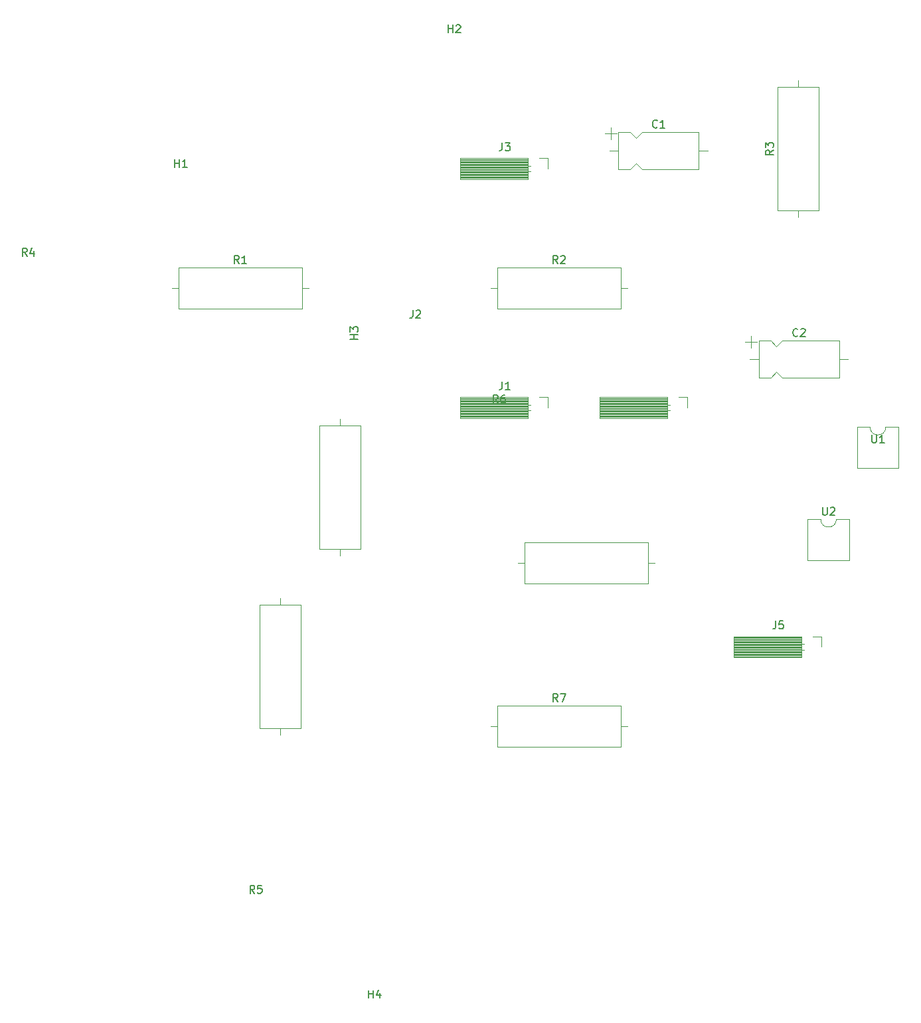
<source format=gbr>
%TF.GenerationSoftware,KiCad,Pcbnew,7.0.1*%
%TF.CreationDate,2023-11-23T18:30:04+05:30*%
%TF.ProjectId,assign2,61737369-676e-4322-9e6b-696361645f70,rev?*%
%TF.SameCoordinates,Original*%
%TF.FileFunction,Legend,Top*%
%TF.FilePolarity,Positive*%
%FSLAX46Y46*%
G04 Gerber Fmt 4.6, Leading zero omitted, Abs format (unit mm)*
G04 Created by KiCad (PCBNEW 7.0.1) date 2023-11-23 18:30:04*
%MOMM*%
%LPD*%
G01*
G04 APERTURE LIST*
%ADD10C,0.150000*%
%ADD11C,0.120000*%
G04 APERTURE END LIST*
D10*
%TO.C,U2*%
X140278095Y-81277619D02*
X140278095Y-82087142D01*
X140278095Y-82087142D02*
X140325714Y-82182380D01*
X140325714Y-82182380D02*
X140373333Y-82230000D01*
X140373333Y-82230000D02*
X140468571Y-82277619D01*
X140468571Y-82277619D02*
X140659047Y-82277619D01*
X140659047Y-82277619D02*
X140754285Y-82230000D01*
X140754285Y-82230000D02*
X140801904Y-82182380D01*
X140801904Y-82182380D02*
X140849523Y-82087142D01*
X140849523Y-82087142D02*
X140849523Y-81277619D01*
X141278095Y-81372857D02*
X141325714Y-81325238D01*
X141325714Y-81325238D02*
X141420952Y-81277619D01*
X141420952Y-81277619D02*
X141659047Y-81277619D01*
X141659047Y-81277619D02*
X141754285Y-81325238D01*
X141754285Y-81325238D02*
X141801904Y-81372857D01*
X141801904Y-81372857D02*
X141849523Y-81468095D01*
X141849523Y-81468095D02*
X141849523Y-81563333D01*
X141849523Y-81563333D02*
X141801904Y-81706190D01*
X141801904Y-81706190D02*
X141230476Y-82277619D01*
X141230476Y-82277619D02*
X141849523Y-82277619D01*
%TO.C,U1*%
X146568095Y-72057619D02*
X146568095Y-72867142D01*
X146568095Y-72867142D02*
X146615714Y-72962380D01*
X146615714Y-72962380D02*
X146663333Y-73010000D01*
X146663333Y-73010000D02*
X146758571Y-73057619D01*
X146758571Y-73057619D02*
X146949047Y-73057619D01*
X146949047Y-73057619D02*
X147044285Y-73010000D01*
X147044285Y-73010000D02*
X147091904Y-72962380D01*
X147091904Y-72962380D02*
X147139523Y-72867142D01*
X147139523Y-72867142D02*
X147139523Y-72057619D01*
X148139523Y-73057619D02*
X147568095Y-73057619D01*
X147853809Y-73057619D02*
X147853809Y-72057619D01*
X147853809Y-72057619D02*
X147758571Y-72200476D01*
X147758571Y-72200476D02*
X147663333Y-72295714D01*
X147663333Y-72295714D02*
X147568095Y-72343333D01*
%TO.C,R7*%
X106513333Y-106062619D02*
X106180000Y-105586428D01*
X105941905Y-106062619D02*
X105941905Y-105062619D01*
X105941905Y-105062619D02*
X106322857Y-105062619D01*
X106322857Y-105062619D02*
X106418095Y-105110238D01*
X106418095Y-105110238D02*
X106465714Y-105157857D01*
X106465714Y-105157857D02*
X106513333Y-105253095D01*
X106513333Y-105253095D02*
X106513333Y-105395952D01*
X106513333Y-105395952D02*
X106465714Y-105491190D01*
X106465714Y-105491190D02*
X106418095Y-105538809D01*
X106418095Y-105538809D02*
X106322857Y-105586428D01*
X106322857Y-105586428D02*
X105941905Y-105586428D01*
X106846667Y-105062619D02*
X107513333Y-105062619D01*
X107513333Y-105062619D02*
X107084762Y-106062619D01*
%TO.C,R6*%
X98893333Y-67962619D02*
X98560000Y-67486428D01*
X98321905Y-67962619D02*
X98321905Y-66962619D01*
X98321905Y-66962619D02*
X98702857Y-66962619D01*
X98702857Y-66962619D02*
X98798095Y-67010238D01*
X98798095Y-67010238D02*
X98845714Y-67057857D01*
X98845714Y-67057857D02*
X98893333Y-67153095D01*
X98893333Y-67153095D02*
X98893333Y-67295952D01*
X98893333Y-67295952D02*
X98845714Y-67391190D01*
X98845714Y-67391190D02*
X98798095Y-67438809D01*
X98798095Y-67438809D02*
X98702857Y-67486428D01*
X98702857Y-67486428D02*
X98321905Y-67486428D01*
X99750476Y-66962619D02*
X99560000Y-66962619D01*
X99560000Y-66962619D02*
X99464762Y-67010238D01*
X99464762Y-67010238D02*
X99417143Y-67057857D01*
X99417143Y-67057857D02*
X99321905Y-67200714D01*
X99321905Y-67200714D02*
X99274286Y-67391190D01*
X99274286Y-67391190D02*
X99274286Y-67772142D01*
X99274286Y-67772142D02*
X99321905Y-67867380D01*
X99321905Y-67867380D02*
X99369524Y-67915000D01*
X99369524Y-67915000D02*
X99464762Y-67962619D01*
X99464762Y-67962619D02*
X99655238Y-67962619D01*
X99655238Y-67962619D02*
X99750476Y-67915000D01*
X99750476Y-67915000D02*
X99798095Y-67867380D01*
X99798095Y-67867380D02*
X99845714Y-67772142D01*
X99845714Y-67772142D02*
X99845714Y-67534047D01*
X99845714Y-67534047D02*
X99798095Y-67438809D01*
X99798095Y-67438809D02*
X99750476Y-67391190D01*
X99750476Y-67391190D02*
X99655238Y-67343571D01*
X99655238Y-67343571D02*
X99464762Y-67343571D01*
X99464762Y-67343571D02*
X99369524Y-67391190D01*
X99369524Y-67391190D02*
X99321905Y-67438809D01*
X99321905Y-67438809D02*
X99274286Y-67534047D01*
%TO.C,R5*%
X67848333Y-130512619D02*
X67515000Y-130036428D01*
X67276905Y-130512619D02*
X67276905Y-129512619D01*
X67276905Y-129512619D02*
X67657857Y-129512619D01*
X67657857Y-129512619D02*
X67753095Y-129560238D01*
X67753095Y-129560238D02*
X67800714Y-129607857D01*
X67800714Y-129607857D02*
X67848333Y-129703095D01*
X67848333Y-129703095D02*
X67848333Y-129845952D01*
X67848333Y-129845952D02*
X67800714Y-129941190D01*
X67800714Y-129941190D02*
X67753095Y-129988809D01*
X67753095Y-129988809D02*
X67657857Y-130036428D01*
X67657857Y-130036428D02*
X67276905Y-130036428D01*
X68753095Y-129512619D02*
X68276905Y-129512619D01*
X68276905Y-129512619D02*
X68229286Y-129988809D01*
X68229286Y-129988809D02*
X68276905Y-129941190D01*
X68276905Y-129941190D02*
X68372143Y-129893571D01*
X68372143Y-129893571D02*
X68610238Y-129893571D01*
X68610238Y-129893571D02*
X68705476Y-129941190D01*
X68705476Y-129941190D02*
X68753095Y-129988809D01*
X68753095Y-129988809D02*
X68800714Y-130084047D01*
X68800714Y-130084047D02*
X68800714Y-130322142D01*
X68800714Y-130322142D02*
X68753095Y-130417380D01*
X68753095Y-130417380D02*
X68705476Y-130465000D01*
X68705476Y-130465000D02*
X68610238Y-130512619D01*
X68610238Y-130512619D02*
X68372143Y-130512619D01*
X68372143Y-130512619D02*
X68276905Y-130465000D01*
X68276905Y-130465000D02*
X68229286Y-130417380D01*
%TO.C,R4*%
X38838333Y-49232619D02*
X38505000Y-48756428D01*
X38266905Y-49232619D02*
X38266905Y-48232619D01*
X38266905Y-48232619D02*
X38647857Y-48232619D01*
X38647857Y-48232619D02*
X38743095Y-48280238D01*
X38743095Y-48280238D02*
X38790714Y-48327857D01*
X38790714Y-48327857D02*
X38838333Y-48423095D01*
X38838333Y-48423095D02*
X38838333Y-48565952D01*
X38838333Y-48565952D02*
X38790714Y-48661190D01*
X38790714Y-48661190D02*
X38743095Y-48708809D01*
X38743095Y-48708809D02*
X38647857Y-48756428D01*
X38647857Y-48756428D02*
X38266905Y-48756428D01*
X39695476Y-48565952D02*
X39695476Y-49232619D01*
X39457381Y-48185000D02*
X39219286Y-48899285D01*
X39219286Y-48899285D02*
X39838333Y-48899285D01*
%TO.C,R3*%
X134002619Y-35726666D02*
X133526428Y-36059999D01*
X134002619Y-36298094D02*
X133002619Y-36298094D01*
X133002619Y-36298094D02*
X133002619Y-35917142D01*
X133002619Y-35917142D02*
X133050238Y-35821904D01*
X133050238Y-35821904D02*
X133097857Y-35774285D01*
X133097857Y-35774285D02*
X133193095Y-35726666D01*
X133193095Y-35726666D02*
X133335952Y-35726666D01*
X133335952Y-35726666D02*
X133431190Y-35774285D01*
X133431190Y-35774285D02*
X133478809Y-35821904D01*
X133478809Y-35821904D02*
X133526428Y-35917142D01*
X133526428Y-35917142D02*
X133526428Y-36298094D01*
X133002619Y-35393332D02*
X133002619Y-34774285D01*
X133002619Y-34774285D02*
X133383571Y-35107618D01*
X133383571Y-35107618D02*
X133383571Y-34964761D01*
X133383571Y-34964761D02*
X133431190Y-34869523D01*
X133431190Y-34869523D02*
X133478809Y-34821904D01*
X133478809Y-34821904D02*
X133574047Y-34774285D01*
X133574047Y-34774285D02*
X133812142Y-34774285D01*
X133812142Y-34774285D02*
X133907380Y-34821904D01*
X133907380Y-34821904D02*
X133955000Y-34869523D01*
X133955000Y-34869523D02*
X134002619Y-34964761D01*
X134002619Y-34964761D02*
X134002619Y-35250475D01*
X134002619Y-35250475D02*
X133955000Y-35345713D01*
X133955000Y-35345713D02*
X133907380Y-35393332D01*
%TO.C,R2*%
X106513333Y-50182619D02*
X106180000Y-49706428D01*
X105941905Y-50182619D02*
X105941905Y-49182619D01*
X105941905Y-49182619D02*
X106322857Y-49182619D01*
X106322857Y-49182619D02*
X106418095Y-49230238D01*
X106418095Y-49230238D02*
X106465714Y-49277857D01*
X106465714Y-49277857D02*
X106513333Y-49373095D01*
X106513333Y-49373095D02*
X106513333Y-49515952D01*
X106513333Y-49515952D02*
X106465714Y-49611190D01*
X106465714Y-49611190D02*
X106418095Y-49658809D01*
X106418095Y-49658809D02*
X106322857Y-49706428D01*
X106322857Y-49706428D02*
X105941905Y-49706428D01*
X106894286Y-49277857D02*
X106941905Y-49230238D01*
X106941905Y-49230238D02*
X107037143Y-49182619D01*
X107037143Y-49182619D02*
X107275238Y-49182619D01*
X107275238Y-49182619D02*
X107370476Y-49230238D01*
X107370476Y-49230238D02*
X107418095Y-49277857D01*
X107418095Y-49277857D02*
X107465714Y-49373095D01*
X107465714Y-49373095D02*
X107465714Y-49468333D01*
X107465714Y-49468333D02*
X107418095Y-49611190D01*
X107418095Y-49611190D02*
X106846667Y-50182619D01*
X106846667Y-50182619D02*
X107465714Y-50182619D01*
%TO.C,R1*%
X65873333Y-50182619D02*
X65540000Y-49706428D01*
X65301905Y-50182619D02*
X65301905Y-49182619D01*
X65301905Y-49182619D02*
X65682857Y-49182619D01*
X65682857Y-49182619D02*
X65778095Y-49230238D01*
X65778095Y-49230238D02*
X65825714Y-49277857D01*
X65825714Y-49277857D02*
X65873333Y-49373095D01*
X65873333Y-49373095D02*
X65873333Y-49515952D01*
X65873333Y-49515952D02*
X65825714Y-49611190D01*
X65825714Y-49611190D02*
X65778095Y-49658809D01*
X65778095Y-49658809D02*
X65682857Y-49706428D01*
X65682857Y-49706428D02*
X65301905Y-49706428D01*
X66825714Y-50182619D02*
X66254286Y-50182619D01*
X66540000Y-50182619D02*
X66540000Y-49182619D01*
X66540000Y-49182619D02*
X66444762Y-49325476D01*
X66444762Y-49325476D02*
X66349524Y-49420714D01*
X66349524Y-49420714D02*
X66254286Y-49468333D01*
%TO.C,J5*%
X134306666Y-95777619D02*
X134306666Y-96491904D01*
X134306666Y-96491904D02*
X134259047Y-96634761D01*
X134259047Y-96634761D02*
X134163809Y-96730000D01*
X134163809Y-96730000D02*
X134020952Y-96777619D01*
X134020952Y-96777619D02*
X133925714Y-96777619D01*
X135259047Y-95777619D02*
X134782857Y-95777619D01*
X134782857Y-95777619D02*
X134735238Y-96253809D01*
X134735238Y-96253809D02*
X134782857Y-96206190D01*
X134782857Y-96206190D02*
X134878095Y-96158571D01*
X134878095Y-96158571D02*
X135116190Y-96158571D01*
X135116190Y-96158571D02*
X135211428Y-96206190D01*
X135211428Y-96206190D02*
X135259047Y-96253809D01*
X135259047Y-96253809D02*
X135306666Y-96349047D01*
X135306666Y-96349047D02*
X135306666Y-96587142D01*
X135306666Y-96587142D02*
X135259047Y-96682380D01*
X135259047Y-96682380D02*
X135211428Y-96730000D01*
X135211428Y-96730000D02*
X135116190Y-96777619D01*
X135116190Y-96777619D02*
X134878095Y-96777619D01*
X134878095Y-96777619D02*
X134782857Y-96730000D01*
X134782857Y-96730000D02*
X134735238Y-96682380D01*
%TO.C,J3*%
X99426666Y-34792619D02*
X99426666Y-35506904D01*
X99426666Y-35506904D02*
X99379047Y-35649761D01*
X99379047Y-35649761D02*
X99283809Y-35745000D01*
X99283809Y-35745000D02*
X99140952Y-35792619D01*
X99140952Y-35792619D02*
X99045714Y-35792619D01*
X99807619Y-34792619D02*
X100426666Y-34792619D01*
X100426666Y-34792619D02*
X100093333Y-35173571D01*
X100093333Y-35173571D02*
X100236190Y-35173571D01*
X100236190Y-35173571D02*
X100331428Y-35221190D01*
X100331428Y-35221190D02*
X100379047Y-35268809D01*
X100379047Y-35268809D02*
X100426666Y-35364047D01*
X100426666Y-35364047D02*
X100426666Y-35602142D01*
X100426666Y-35602142D02*
X100379047Y-35697380D01*
X100379047Y-35697380D02*
X100331428Y-35745000D01*
X100331428Y-35745000D02*
X100236190Y-35792619D01*
X100236190Y-35792619D02*
X99950476Y-35792619D01*
X99950476Y-35792619D02*
X99855238Y-35745000D01*
X99855238Y-35745000D02*
X99807619Y-35697380D01*
%TO.C,J2*%
X88016666Y-56157619D02*
X88016666Y-56871904D01*
X88016666Y-56871904D02*
X87969047Y-57014761D01*
X87969047Y-57014761D02*
X87873809Y-57110000D01*
X87873809Y-57110000D02*
X87730952Y-57157619D01*
X87730952Y-57157619D02*
X87635714Y-57157619D01*
X88445238Y-56252857D02*
X88492857Y-56205238D01*
X88492857Y-56205238D02*
X88588095Y-56157619D01*
X88588095Y-56157619D02*
X88826190Y-56157619D01*
X88826190Y-56157619D02*
X88921428Y-56205238D01*
X88921428Y-56205238D02*
X88969047Y-56252857D01*
X88969047Y-56252857D02*
X89016666Y-56348095D01*
X89016666Y-56348095D02*
X89016666Y-56443333D01*
X89016666Y-56443333D02*
X88969047Y-56586190D01*
X88969047Y-56586190D02*
X88397619Y-57157619D01*
X88397619Y-57157619D02*
X89016666Y-57157619D01*
%TO.C,J1*%
X99426666Y-65272619D02*
X99426666Y-65986904D01*
X99426666Y-65986904D02*
X99379047Y-66129761D01*
X99379047Y-66129761D02*
X99283809Y-66225000D01*
X99283809Y-66225000D02*
X99140952Y-66272619D01*
X99140952Y-66272619D02*
X99045714Y-66272619D01*
X100426666Y-66272619D02*
X99855238Y-66272619D01*
X100140952Y-66272619D02*
X100140952Y-65272619D01*
X100140952Y-65272619D02*
X100045714Y-65415476D01*
X100045714Y-65415476D02*
X99950476Y-65510714D01*
X99950476Y-65510714D02*
X99855238Y-65558333D01*
%TO.C,H4*%
X82388095Y-143877619D02*
X82388095Y-142877619D01*
X82388095Y-143353809D02*
X82959523Y-143353809D01*
X82959523Y-143877619D02*
X82959523Y-142877619D01*
X83864285Y-143210952D02*
X83864285Y-143877619D01*
X83626190Y-142830000D02*
X83388095Y-143544285D01*
X83388095Y-143544285D02*
X84007142Y-143544285D01*
%TO.C,H3*%
X81047619Y-59851904D02*
X80047619Y-59851904D01*
X80523809Y-59851904D02*
X80523809Y-59280476D01*
X81047619Y-59280476D02*
X80047619Y-59280476D01*
X80047619Y-58899523D02*
X80047619Y-58280476D01*
X80047619Y-58280476D02*
X80428571Y-58613809D01*
X80428571Y-58613809D02*
X80428571Y-58470952D01*
X80428571Y-58470952D02*
X80476190Y-58375714D01*
X80476190Y-58375714D02*
X80523809Y-58328095D01*
X80523809Y-58328095D02*
X80619047Y-58280476D01*
X80619047Y-58280476D02*
X80857142Y-58280476D01*
X80857142Y-58280476D02*
X80952380Y-58328095D01*
X80952380Y-58328095D02*
X81000000Y-58375714D01*
X81000000Y-58375714D02*
X81047619Y-58470952D01*
X81047619Y-58470952D02*
X81047619Y-58756666D01*
X81047619Y-58756666D02*
X81000000Y-58851904D01*
X81000000Y-58851904D02*
X80952380Y-58899523D01*
%TO.C,H2*%
X92548095Y-20757619D02*
X92548095Y-19757619D01*
X92548095Y-20233809D02*
X93119523Y-20233809D01*
X93119523Y-20757619D02*
X93119523Y-19757619D01*
X93548095Y-19852857D02*
X93595714Y-19805238D01*
X93595714Y-19805238D02*
X93690952Y-19757619D01*
X93690952Y-19757619D02*
X93929047Y-19757619D01*
X93929047Y-19757619D02*
X94024285Y-19805238D01*
X94024285Y-19805238D02*
X94071904Y-19852857D01*
X94071904Y-19852857D02*
X94119523Y-19948095D01*
X94119523Y-19948095D02*
X94119523Y-20043333D01*
X94119523Y-20043333D02*
X94071904Y-20186190D01*
X94071904Y-20186190D02*
X93500476Y-20757619D01*
X93500476Y-20757619D02*
X94119523Y-20757619D01*
%TO.C,H1*%
X57658095Y-37902619D02*
X57658095Y-36902619D01*
X57658095Y-37378809D02*
X58229523Y-37378809D01*
X58229523Y-37902619D02*
X58229523Y-36902619D01*
X59229523Y-37902619D02*
X58658095Y-37902619D01*
X58943809Y-37902619D02*
X58943809Y-36902619D01*
X58943809Y-36902619D02*
X58848571Y-37045476D01*
X58848571Y-37045476D02*
X58753333Y-37140714D01*
X58753333Y-37140714D02*
X58658095Y-37188333D01*
%TO.C,C2*%
X137113333Y-59412380D02*
X137065714Y-59460000D01*
X137065714Y-59460000D02*
X136922857Y-59507619D01*
X136922857Y-59507619D02*
X136827619Y-59507619D01*
X136827619Y-59507619D02*
X136684762Y-59460000D01*
X136684762Y-59460000D02*
X136589524Y-59364761D01*
X136589524Y-59364761D02*
X136541905Y-59269523D01*
X136541905Y-59269523D02*
X136494286Y-59079047D01*
X136494286Y-59079047D02*
X136494286Y-58936190D01*
X136494286Y-58936190D02*
X136541905Y-58745714D01*
X136541905Y-58745714D02*
X136589524Y-58650476D01*
X136589524Y-58650476D02*
X136684762Y-58555238D01*
X136684762Y-58555238D02*
X136827619Y-58507619D01*
X136827619Y-58507619D02*
X136922857Y-58507619D01*
X136922857Y-58507619D02*
X137065714Y-58555238D01*
X137065714Y-58555238D02*
X137113333Y-58602857D01*
X137494286Y-58602857D02*
X137541905Y-58555238D01*
X137541905Y-58555238D02*
X137637143Y-58507619D01*
X137637143Y-58507619D02*
X137875238Y-58507619D01*
X137875238Y-58507619D02*
X137970476Y-58555238D01*
X137970476Y-58555238D02*
X138018095Y-58602857D01*
X138018095Y-58602857D02*
X138065714Y-58698095D01*
X138065714Y-58698095D02*
X138065714Y-58793333D01*
X138065714Y-58793333D02*
X138018095Y-58936190D01*
X138018095Y-58936190D02*
X137446667Y-59507619D01*
X137446667Y-59507619D02*
X138065714Y-59507619D01*
%TO.C,C1*%
X119213333Y-32799880D02*
X119165714Y-32847500D01*
X119165714Y-32847500D02*
X119022857Y-32895119D01*
X119022857Y-32895119D02*
X118927619Y-32895119D01*
X118927619Y-32895119D02*
X118784762Y-32847500D01*
X118784762Y-32847500D02*
X118689524Y-32752261D01*
X118689524Y-32752261D02*
X118641905Y-32657023D01*
X118641905Y-32657023D02*
X118594286Y-32466547D01*
X118594286Y-32466547D02*
X118594286Y-32323690D01*
X118594286Y-32323690D02*
X118641905Y-32133214D01*
X118641905Y-32133214D02*
X118689524Y-32037976D01*
X118689524Y-32037976D02*
X118784762Y-31942738D01*
X118784762Y-31942738D02*
X118927619Y-31895119D01*
X118927619Y-31895119D02*
X119022857Y-31895119D01*
X119022857Y-31895119D02*
X119165714Y-31942738D01*
X119165714Y-31942738D02*
X119213333Y-31990357D01*
X120165714Y-32895119D02*
X119594286Y-32895119D01*
X119880000Y-32895119D02*
X119880000Y-31895119D01*
X119880000Y-31895119D02*
X119784762Y-32037976D01*
X119784762Y-32037976D02*
X119689524Y-32133214D01*
X119689524Y-32133214D02*
X119594286Y-32180833D01*
D11*
%TO.C,U2*%
X143690000Y-88015000D02*
X143690000Y-82815000D01*
X138390000Y-88015000D02*
X143690000Y-88015000D01*
X138390000Y-82815000D02*
X138390000Y-88015000D01*
X143690000Y-82815000D02*
X142040000Y-82815000D01*
X140040000Y-82815000D02*
X138390000Y-82815000D01*
X140040000Y-82815000D02*
G75*
G03*
X142040000Y-82815000I1000000J0D01*
G01*
%TO.C,U1*%
X149980000Y-76255000D02*
X149980000Y-71055000D01*
X144680000Y-76255000D02*
X149980000Y-76255000D01*
X144680000Y-71055000D02*
X144680000Y-76255000D01*
X149980000Y-71055000D02*
X148330000Y-71055000D01*
X146330000Y-71055000D02*
X144680000Y-71055000D01*
X146330000Y-71055000D02*
G75*
G03*
X148330000Y-71055000I1000000J0D01*
G01*
%TO.C,R7*%
X97960000Y-109220000D02*
X98810000Y-109220000D01*
X98810000Y-106600000D02*
X98810000Y-111840000D01*
X114550000Y-106600000D02*
X98810000Y-106600000D01*
X114550000Y-111840000D02*
X114550000Y-106600000D01*
X98810000Y-111840000D02*
X114550000Y-111840000D01*
X115400000Y-109220000D02*
X114550000Y-109220000D01*
%TO.C,R6*%
X101400000Y-88395000D02*
X102250000Y-88395000D01*
X102250000Y-85775000D02*
X102250000Y-91015000D01*
X117990000Y-85775000D02*
X102250000Y-85775000D01*
X117990000Y-91015000D02*
X117990000Y-85775000D01*
X102250000Y-91015000D02*
X117990000Y-91015000D01*
X118840000Y-88395000D02*
X117990000Y-88395000D01*
%TO.C,R5*%
X71120000Y-110320000D02*
X71120000Y-109470000D01*
X68500000Y-109470000D02*
X73740000Y-109470000D01*
X68500000Y-93730000D02*
X68500000Y-109470000D01*
X73740000Y-93730000D02*
X68500000Y-93730000D01*
X73740000Y-109470000D02*
X73740000Y-93730000D01*
X71120000Y-92880000D02*
X71120000Y-93730000D01*
%TO.C,R4*%
X78740000Y-87460000D02*
X78740000Y-86610000D01*
X76120000Y-86610000D02*
X81360000Y-86610000D01*
X76120000Y-70870000D02*
X76120000Y-86610000D01*
X81360000Y-70870000D02*
X76120000Y-70870000D01*
X81360000Y-86610000D02*
X81360000Y-70870000D01*
X78740000Y-70020000D02*
X78740000Y-70870000D01*
%TO.C,R3*%
X137160000Y-44280000D02*
X137160000Y-43430000D01*
X134540000Y-43430000D02*
X139780000Y-43430000D01*
X134540000Y-27690000D02*
X134540000Y-43430000D01*
X139780000Y-27690000D02*
X134540000Y-27690000D01*
X139780000Y-43430000D02*
X139780000Y-27690000D01*
X137160000Y-26840000D02*
X137160000Y-27690000D01*
%TO.C,R2*%
X97960000Y-53340000D02*
X98810000Y-53340000D01*
X98810000Y-50720000D02*
X98810000Y-55960000D01*
X114550000Y-50720000D02*
X98810000Y-50720000D01*
X114550000Y-55960000D02*
X114550000Y-50720000D01*
X98810000Y-55960000D02*
X114550000Y-55960000D01*
X115400000Y-53340000D02*
X114550000Y-53340000D01*
%TO.C,R1*%
X57320000Y-53340000D02*
X58170000Y-53340000D01*
X58170000Y-50720000D02*
X58170000Y-55960000D01*
X73910000Y-50720000D02*
X58170000Y-50720000D01*
X73910000Y-55960000D02*
X73910000Y-50720000D01*
X58170000Y-55960000D02*
X73910000Y-55960000D01*
X74760000Y-53340000D02*
X73910000Y-53340000D01*
%TO.C,J5*%
X128930000Y-98567730D02*
X137560000Y-98567730D01*
X128930000Y-99491370D02*
X137560000Y-99491370D01*
X137560000Y-98725000D02*
X137910000Y-98725000D01*
X128930000Y-99606825D02*
X137560000Y-99606825D01*
X128930000Y-98221365D02*
X137560000Y-98221365D01*
X128930000Y-97875000D02*
X137560000Y-97875000D01*
X128930000Y-99145005D02*
X137560000Y-99145005D01*
X128930000Y-100184100D02*
X137560000Y-100184100D01*
X128930000Y-98105910D02*
X137560000Y-98105910D01*
X128930000Y-99029550D02*
X137560000Y-99029550D01*
X137560000Y-99445000D02*
X137910000Y-99445000D01*
X128930000Y-99375915D02*
X137560000Y-99375915D01*
X139020000Y-97755000D02*
X140130000Y-97755000D01*
X128930000Y-100068645D02*
X137560000Y-100068645D01*
X137560000Y-97755000D02*
X137560000Y-100415000D01*
X128930000Y-99260460D02*
X137560000Y-99260460D01*
X128930000Y-99837735D02*
X137560000Y-99837735D01*
X128930000Y-100415000D02*
X137560000Y-100415000D01*
X128930000Y-100299555D02*
X137560000Y-100299555D01*
X128930000Y-98683185D02*
X137560000Y-98683185D01*
X128930000Y-99953190D02*
X137560000Y-99953190D01*
X128930000Y-98798640D02*
X137560000Y-98798640D01*
X128930000Y-97755000D02*
X128930000Y-100415000D01*
X128930000Y-97755000D02*
X137560000Y-97755000D01*
X128930000Y-98452275D02*
X137560000Y-98452275D01*
X128930000Y-99722280D02*
X137560000Y-99722280D01*
X128930000Y-98336820D02*
X137560000Y-98336820D01*
X128930000Y-98914095D02*
X137560000Y-98914095D01*
X128930000Y-97990455D02*
X137560000Y-97990455D01*
X140130000Y-97755000D02*
X140130000Y-99085000D01*
%TO.C,J3*%
X94050000Y-37582730D02*
X102680000Y-37582730D01*
X94050000Y-38506370D02*
X102680000Y-38506370D01*
X102680000Y-37740000D02*
X103030000Y-37740000D01*
X94050000Y-38621825D02*
X102680000Y-38621825D01*
X94050000Y-37236365D02*
X102680000Y-37236365D01*
X94050000Y-36890000D02*
X102680000Y-36890000D01*
X94050000Y-38160005D02*
X102680000Y-38160005D01*
X94050000Y-39199100D02*
X102680000Y-39199100D01*
X94050000Y-37120910D02*
X102680000Y-37120910D01*
X94050000Y-38044550D02*
X102680000Y-38044550D01*
X102680000Y-38460000D02*
X103030000Y-38460000D01*
X94050000Y-38390915D02*
X102680000Y-38390915D01*
X104140000Y-36770000D02*
X105250000Y-36770000D01*
X94050000Y-39083645D02*
X102680000Y-39083645D01*
X102680000Y-36770000D02*
X102680000Y-39430000D01*
X94050000Y-38275460D02*
X102680000Y-38275460D01*
X94050000Y-38852735D02*
X102680000Y-38852735D01*
X94050000Y-39430000D02*
X102680000Y-39430000D01*
X94050000Y-39314555D02*
X102680000Y-39314555D01*
X94050000Y-37698185D02*
X102680000Y-37698185D01*
X94050000Y-38968190D02*
X102680000Y-38968190D01*
X94050000Y-37813640D02*
X102680000Y-37813640D01*
X94050000Y-36770000D02*
X94050000Y-39430000D01*
X94050000Y-36770000D02*
X102680000Y-36770000D01*
X94050000Y-37467275D02*
X102680000Y-37467275D01*
X94050000Y-38737280D02*
X102680000Y-38737280D01*
X94050000Y-37351820D02*
X102680000Y-37351820D01*
X94050000Y-37929095D02*
X102680000Y-37929095D01*
X94050000Y-37005455D02*
X102680000Y-37005455D01*
X105250000Y-36770000D02*
X105250000Y-38100000D01*
%TO.C,J2*%
X111830000Y-68062730D02*
X120460000Y-68062730D01*
X111830000Y-68986370D02*
X120460000Y-68986370D01*
X120460000Y-68220000D02*
X120810000Y-68220000D01*
X111830000Y-69101825D02*
X120460000Y-69101825D01*
X111830000Y-67716365D02*
X120460000Y-67716365D01*
X111830000Y-67370000D02*
X120460000Y-67370000D01*
X111830000Y-68640005D02*
X120460000Y-68640005D01*
X111830000Y-69679100D02*
X120460000Y-69679100D01*
X111830000Y-67600910D02*
X120460000Y-67600910D01*
X111830000Y-68524550D02*
X120460000Y-68524550D01*
X120460000Y-68940000D02*
X120810000Y-68940000D01*
X111830000Y-68870915D02*
X120460000Y-68870915D01*
X121920000Y-67250000D02*
X123030000Y-67250000D01*
X111830000Y-69563645D02*
X120460000Y-69563645D01*
X120460000Y-67250000D02*
X120460000Y-69910000D01*
X111830000Y-68755460D02*
X120460000Y-68755460D01*
X111830000Y-69332735D02*
X120460000Y-69332735D01*
X111830000Y-69910000D02*
X120460000Y-69910000D01*
X111830000Y-69794555D02*
X120460000Y-69794555D01*
X111830000Y-68178185D02*
X120460000Y-68178185D01*
X111830000Y-69448190D02*
X120460000Y-69448190D01*
X111830000Y-68293640D02*
X120460000Y-68293640D01*
X111830000Y-67250000D02*
X111830000Y-69910000D01*
X111830000Y-67250000D02*
X120460000Y-67250000D01*
X111830000Y-67947275D02*
X120460000Y-67947275D01*
X111830000Y-69217280D02*
X120460000Y-69217280D01*
X111830000Y-67831820D02*
X120460000Y-67831820D01*
X111830000Y-68409095D02*
X120460000Y-68409095D01*
X111830000Y-67485455D02*
X120460000Y-67485455D01*
X123030000Y-67250000D02*
X123030000Y-68580000D01*
%TO.C,J1*%
X94050000Y-68062730D02*
X102680000Y-68062730D01*
X94050000Y-68986370D02*
X102680000Y-68986370D01*
X102680000Y-68220000D02*
X103030000Y-68220000D01*
X94050000Y-69101825D02*
X102680000Y-69101825D01*
X94050000Y-67716365D02*
X102680000Y-67716365D01*
X94050000Y-67370000D02*
X102680000Y-67370000D01*
X94050000Y-68640005D02*
X102680000Y-68640005D01*
X94050000Y-69679100D02*
X102680000Y-69679100D01*
X94050000Y-67600910D02*
X102680000Y-67600910D01*
X94050000Y-68524550D02*
X102680000Y-68524550D01*
X102680000Y-68940000D02*
X103030000Y-68940000D01*
X94050000Y-68870915D02*
X102680000Y-68870915D01*
X104140000Y-67250000D02*
X105250000Y-67250000D01*
X94050000Y-69563645D02*
X102680000Y-69563645D01*
X102680000Y-67250000D02*
X102680000Y-69910000D01*
X94050000Y-68755460D02*
X102680000Y-68755460D01*
X94050000Y-69332735D02*
X102680000Y-69332735D01*
X94050000Y-69910000D02*
X102680000Y-69910000D01*
X94050000Y-69794555D02*
X102680000Y-69794555D01*
X94050000Y-68178185D02*
X102680000Y-68178185D01*
X94050000Y-69448190D02*
X102680000Y-69448190D01*
X94050000Y-68293640D02*
X102680000Y-68293640D01*
X94050000Y-67250000D02*
X94050000Y-69910000D01*
X94050000Y-67250000D02*
X102680000Y-67250000D01*
X94050000Y-67947275D02*
X102680000Y-67947275D01*
X94050000Y-69217280D02*
X102680000Y-69217280D01*
X94050000Y-67831820D02*
X102680000Y-67831820D01*
X94050000Y-68409095D02*
X102680000Y-68409095D01*
X94050000Y-67485455D02*
X102680000Y-67485455D01*
X105250000Y-67250000D02*
X105250000Y-68580000D01*
%TO.C,C2*%
X135160000Y-64785000D02*
X142400000Y-64785000D01*
X130410000Y-60215000D02*
X131910000Y-60215000D01*
X134410000Y-60795000D02*
X135160000Y-60045000D01*
X142400000Y-60045000D02*
X142400000Y-64785000D01*
X132160000Y-60045000D02*
X132160000Y-64785000D01*
X133660000Y-60045000D02*
X134410000Y-60795000D01*
X132160000Y-60045000D02*
X133660000Y-60045000D01*
X133660000Y-64785000D02*
X134410000Y-64035000D01*
X134410000Y-64035000D02*
X135160000Y-64785000D01*
X135160000Y-60045000D02*
X142400000Y-60045000D01*
X143540000Y-62415000D02*
X142400000Y-62415000D01*
X132160000Y-64785000D02*
X133660000Y-64785000D01*
X131160000Y-59465000D02*
X131160000Y-60965000D01*
X131020000Y-62415000D02*
X132160000Y-62415000D01*
%TO.C,C1*%
X117260000Y-38172500D02*
X124500000Y-38172500D01*
X112510000Y-33602500D02*
X114010000Y-33602500D01*
X116510000Y-34182500D02*
X117260000Y-33432500D01*
X124500000Y-33432500D02*
X124500000Y-38172500D01*
X114260000Y-33432500D02*
X114260000Y-38172500D01*
X115760000Y-33432500D02*
X116510000Y-34182500D01*
X114260000Y-33432500D02*
X115760000Y-33432500D01*
X115760000Y-38172500D02*
X116510000Y-37422500D01*
X116510000Y-37422500D02*
X117260000Y-38172500D01*
X117260000Y-33432500D02*
X124500000Y-33432500D01*
X125640000Y-35802500D02*
X124500000Y-35802500D01*
X114260000Y-38172500D02*
X115760000Y-38172500D01*
X113260000Y-32852500D02*
X113260000Y-34352500D01*
X113120000Y-35802500D02*
X114260000Y-35802500D01*
%TD*%
M02*

</source>
